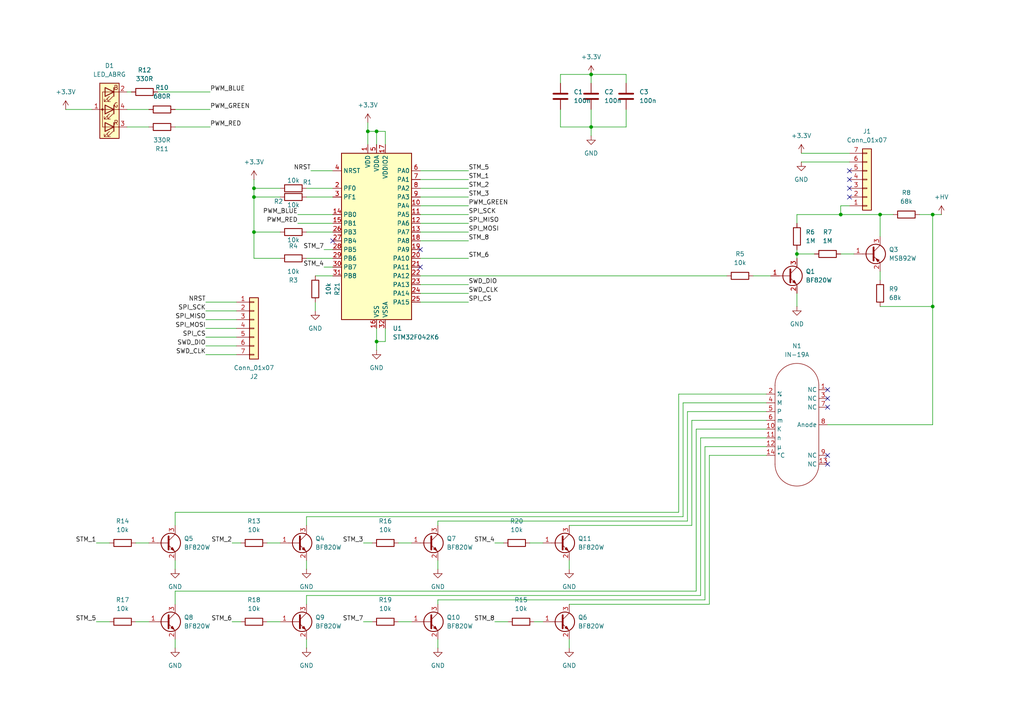
<source format=kicad_sch>
(kicad_sch (version 20250114) (generator "eeschema") (generator_version "9.0")
  (paper "A4")
  (lib_symbols
    (symbol "Connector_Generic:Conn_01x07" (pin_names (offset 1.016) (hide yes))
      (property "Reference" "J" (at 0 10.16 0))
      (property "Value" "Conn_01x07" (at 0 -10.16 0))
      (symbol "Conn_01x07_1_1"
        (rectangle (start -1.27 8.89) (end 1.27 -8.89) (stroke (width 0.254)) (fill (type background)))
        (rectangle (start -1.27 7.747) (end 0 7.493) (stroke (width 0.1524)))
        (rectangle (start -1.27 5.207) (end 0 4.953) (stroke (width 0.1524)))
        (rectangle (start -1.27 2.667) (end 0 2.413) (stroke (width 0.1524)))
        (rectangle (start -1.27 0.127) (end 0 -0.127) (stroke (width 0.1524)))
        (rectangle (start -1.27 -2.413) (end 0 -2.667) (stroke (width 0.1524)))
        (rectangle (start -1.27 -4.953) (end 0 -5.207) (stroke (width 0.1524)))
        (rectangle (start -1.27 -7.493) (end 0 -7.747) (stroke (width 0.1524)))
        (pin passive line (at -5.08 7.62 0) (length 3.81) (name "Pin_1") (number "1"))
        (pin passive line (at -5.08 5.08 0) (length 3.81) (name "Pin_2") (number "2"))
        (pin passive line (at -5.08 2.54 0) (length 3.81) (name "Pin_3") (number "3"))
        (pin passive line (at -5.08 0 0) (length 3.81) (name "Pin_4") (number "4"))
        (pin passive line (at -5.08 -2.54 0) (length 3.81) (name "Pin_5") (number "5"))
        (pin passive line (at -5.08 -5.08 0) (length 3.81) (name "Pin_6") (number "6"))
        (pin passive line (at -5.08 -7.62 0) (length 3.81) (name "Pin_7") (number "7"))
      )
    )
    (symbol "Device:C" (pin_numbers (hide yes)) (pin_names (offset 0.254))
      (property "Reference" "C" (at 0.635 2.54 0))
      (property "Value" "C" (at 0.635 -2.54 0))
      (symbol "C_0_1"
        (polyline (pts (xy -2.032 0.762) (xy 2.032 0.762)) (stroke (width 0.508)))
        (polyline (pts (xy -2.032 -0.762) (xy 2.032 -0.762)) (stroke (width 0.508)))
      )
      (symbol "C_1_1"
        (pin passive line (at 0 3.81 270) (length 2.794) (name "~") (number "1"))
        (pin passive line (at 0 -3.81 90) (length 2.794) (name "~") (number "2"))
      )
    )
    (symbol "Device:LED_ABRG" (pin_names (offset 0) (hide yes))
      (property "Reference" "D" (at 0 9.398 0))
      (property "Value" "LED_ABRG" (at 0 -8.89 0))
      (symbol "LED_ABRG_0_0"
        (text "R" (at -1.905 3.81 0) (effects (font (size 1.27 1.27))))
        (text "G" (at -1.905 -1.27 0) (effects (font (size 1.27 1.27))))
        (text "B" (at -1.905 -6.35 0) (effects (font (size 1.27 1.27))))
      )
      (symbol "LED_ABRG_0_1"
        (polyline (pts (xy -1.27 6.35) (xy -1.27 3.81)) (stroke (width 0.254)))
        (polyline (pts (xy -1.27 6.35) (xy -1.27 3.81) (xy -1.27 3.81)))
        (polyline (pts (xy -1.27 5.08) (xy -2.54 5.08)))
        (polyline (pts (xy -1.27 5.08) (xy 1.27 5.08)))
        (polyline (pts (xy -1.27 1.27) (xy -1.27 -1.27)) (stroke (width 0.254)))
        (polyline (pts (xy -1.27 1.27) (xy -1.27 -1.27) (xy -1.27 -1.27)))
        (polyline (pts (xy -1.27 0) (xy -2.54 0)))
        (polyline (pts (xy -1.27 -3.81) (xy -1.27 -6.35)) (stroke (width 0.254)))
        (polyline (pts (xy -1.27 -5.08) (xy -2.54 -5.08)))
        (polyline (pts (xy -1.27 -5.08) (xy 1.27 -5.08)))
        (polyline (pts (xy -1.016 6.35) (xy 0.508 7.874) (xy -0.254 7.874) (xy 0.508 7.874) (xy 0.508 7.112)))
        (polyline (pts (xy -1.016 1.27) (xy 0.508 2.794) (xy -0.254 2.794) (xy 0.508 2.794) (xy 0.508 2.032)))
        (polyline (pts (xy -1.016 -3.81) (xy 0.508 -2.286) (xy -0.254 -2.286) (xy 0.508 -2.286) (xy 0.508 -3.048)))
        (polyline (pts (xy 0 6.35) (xy 1.524 7.874) (xy 0.762 7.874) (xy 1.524 7.874) (xy 1.524 7.112)))
        (polyline (pts (xy 0 1.27) (xy 1.524 2.794) (xy 0.762 2.794) (xy 1.524 2.794) (xy 1.524 2.032)))
        (polyline (pts (xy 0 -3.81) (xy 1.524 -2.286) (xy 0.762 -2.286) (xy 1.524 -2.286) (xy 1.524 -3.048)))
        (polyline (pts (xy 1.27 6.35) (xy 1.27 3.81) (xy -1.27 5.08) (xy 1.27 6.35)) (stroke (width 0.254)))
        (rectangle (start 1.27 6.35) (end 1.27 6.35))
        (rectangle (start 1.27 3.81) (end 1.27 6.35))
        (polyline (pts (xy 1.27 1.27) (xy 1.27 -1.27) (xy -1.27 0) (xy 1.27 1.27)) (stroke (width 0.254)))
        (rectangle (start 1.27 1.27) (end 1.27 1.27))
        (polyline (pts (xy 1.27 0) (xy -1.27 0)))
        (polyline (pts (xy 1.27 0) (xy 2.54 0)))
        (rectangle (start 1.27 -1.27) (end 1.27 1.27))
        (polyline (pts (xy 1.27 -3.81) (xy 1.27 -6.35) (xy -1.27 -5.08) (xy 1.27 -3.81)) (stroke (width 0.254)))
        (polyline (pts (xy 1.27 -5.08) (xy 2.032 -5.08) (xy 2.032 5.08) (xy 1.27 5.08)))
        (circle (center 2.032 0) (radius 0.254) (fill (type outline)))
        (rectangle (start 2.794 8.382) (end -2.794 -7.62) (stroke (width 0.254)) (fill (type background)))
      )
      (symbol "LED_ABRG_1_1"
        (pin passive line (at -5.08 5.08 0) (length 2.54) (name "RK") (number "3"))
        (pin passive line (at -5.08 0 0) (length 2.54) (name "GK") (number "4"))
        (pin passive line (at -5.08 -5.08 0) (length 2.54) (name "BK") (number "2"))
        (pin passive line (at 5.08 0 180) (length 2.54) (name "A") (number "1"))
      )
    )
    (symbol "Device:R" (pin_numbers (hide yes)) (pin_names (offset 0))
      (property "Reference" "R" (at 2.032 0 90))
      (property "Value" "R" (at 0 0 90))
      (symbol "R_0_1"
        (rectangle (start -1.016 -2.54) (end 1.016 2.54) (stroke (width 0.254)))
      )
      (symbol "R_1_1"
        (pin passive line (at 0 3.81 270) (length 1.27) (name "~") (number "1"))
        (pin passive line (at 0 -3.81 90) (length 1.27) (name "~") (number "2"))
      )
    )
    (symbol "MCU_ST_STM32F0:STM32F042K6Tx"
      (property "Reference" "U" (at -10.16 26.67 0))
      (property "Value" "STM32F042K6Tx" (at 5.08 26.67 0))
      (symbol "STM32F042K6Tx_0_1"
        (rectangle (start -10.16 -22.86) (end 10.16 25.4) (stroke (width 0.254)) (fill (type background)))
      )
      (symbol "STM32F042K6Tx_1_1"
        (pin input line (at -12.7 20.32 0) (length 2.54) (name "NRST") (number "4"))
        (pin bidirectional line (at -12.7 15.24 0) (length 2.54) (name "PF0") (number "2"))
        (pin bidirectional line (at -12.7 12.7 0) (length 2.54) (name "PF1") (number "3"))
        (pin bidirectional line (at -12.7 7.62 0) (length 2.54) (name "PB0") (number "14"))
        (pin bidirectional line (at -12.7 5.08 0) (length 2.54) (name "PB1") (number "15"))
        (pin bidirectional line (at -12.7 2.54 0) (length 2.54) (name "PB3") (number "26"))
        (pin bidirectional line (at -12.7 0 0) (length 2.54) (name "PB4") (number "27"))
        (pin bidirectional line (at -12.7 -2.54 0) (length 2.54) (name "PB5") (number "28"))
        (pin bidirectional line (at -12.7 -5.08 0) (length 2.54) (name "PB6") (number "29"))
        (pin bidirectional line (at -12.7 -7.62 0) (length 2.54) (name "PB7") (number "30"))
        (pin bidirectional line (at -12.7 -10.16 0) (length 2.54) (name "PB8") (number "31"))
        (pin power_in line (at -2.54 27.94 270) (length 2.54) (name "VDD") (number "1"))
        (pin power_in line (at 0 27.94 270) (length 2.54) (name "VDDA") (number "5"))
        (pin power_in line (at 0 -25.4 90) (length 2.54) (name "VSS") (number "16"))
        (pin power_in line (at 2.54 27.94 270) (length 2.54) (name "VDDIO2") (number "17"))
        (pin power_in line (at 2.54 -25.4 90) (length 2.54) (name "VSSA") (number "32"))
        (pin bidirectional line (at 12.7 20.32 180) (length 2.54) (name "PA0") (number "6"))
        (pin bidirectional line (at 12.7 17.78 180) (length 2.54) (name "PA1") (number "7"))
        (pin bidirectional line (at 12.7 15.24 180) (length 2.54) (name "PA2") (number "8"))
        (pin bidirectional line (at 12.7 12.7 180) (length 2.54) (name "PA3") (number "9"))
        (pin bidirectional line (at 12.7 10.16 180) (length 2.54) (name "PA4") (number "10"))
        (pin bidirectional line (at 12.7 7.62 180) (length 2.54) (name "PA5") (number "11"))
        (pin bidirectional line (at 12.7 5.08 180) (length 2.54) (name "PA6") (number "12"))
        (pin bidirectional line (at 12.7 2.54 180) (length 2.54) (name "PA7") (number "13"))
        (pin bidirectional line (at 12.7 0 180) (length 2.54) (name "PA8") (number "18"))
        (pin bidirectional line (at 12.7 -2.54 180) (length 2.54) (name "PA9") (number "19"))
        (pin bidirectional line (at 12.7 -5.08 180) (length 2.54) (name "PA10") (number "20"))
        (pin bidirectional line (at 12.7 -7.62 180) (length 2.54) (name "PA11") (number "21"))
        (pin bidirectional line (at 12.7 -10.16 180) (length 2.54) (name "PA12") (number "22"))
        (pin bidirectional line (at 12.7 -12.7 180) (length 2.54) (name "PA13") (number "23"))
        (pin bidirectional line (at 12.7 -15.24 180) (length 2.54) (name "PA14") (number "24"))
        (pin bidirectional line (at 12.7 -17.78 180) (length 2.54) (name "PA15") (number "25"))
      )
    )
    (symbol "Transistor_BJT:Q_NPN_BEC" (pin_names (offset 0) (hide yes))
      (property "Reference" "Q" (at 5.08 1.27 0))
      (property "Value" "Q_NPN_BEC" (at 5.08 -1.27 0))
      (symbol "Q_NPN_BEC_0_1"
        (polyline (pts (xy -2.54 0) (xy 0.635 0)))
        (polyline (pts (xy 0.635 1.905) (xy 0.635 -1.905)) (stroke (width 0.508)))
        (circle (center 1.27 0) (radius 2.8194) (stroke (width 0.254)))
      )
      (symbol "Q_NPN_BEC_1_1"
        (polyline (pts (xy 0.635 0.635) (xy 2.54 2.54)))
        (polyline (pts (xy 0.635 -0.635) (xy 2.54 -2.54)))
        (polyline (pts (xy 1.27 -1.778) (xy 1.778 -1.27) (xy 2.286 -2.286) (xy 1.27 -1.778)) (fill (type outline)))
        (pin input line (at -5.08 0 0) (length 2.54) (name "B") (number "1"))
        (pin passive line (at 2.54 5.08 270) (length 2.54) (name "C") (number "3"))
        (pin passive line (at 2.54 -5.08 90) (length 2.54) (name "E") (number "2"))
      )
    )
    (symbol "Transistor_BJT:Q_PNP_BEC" (pin_names (offset 0) (hide yes))
      (property "Reference" "Q" (at 5.08 1.27 0))
      (property "Value" "Q_PNP_BEC" (at 5.08 -1.27 0))
      (symbol "Q_PNP_BEC_0_1"
        (polyline (pts (xy -2.54 0) (xy 0.635 0)))
        (polyline (pts (xy 0.635 1.905) (xy 0.635 -1.905)) (stroke (width 0.508)))
        (polyline (pts (xy 0.635 0.635) (xy 2.54 2.54)))
        (polyline (pts (xy 0.635 -0.635) (xy 2.54 -2.54)))
        (circle (center 1.27 0) (radius 2.8194) (stroke (width 0.254)))
        (polyline (pts (xy 2.286 -1.778) (xy 1.778 -2.286) (xy 1.27 -1.27) (xy 2.286 -1.778)) (fill (type outline)))
      )
      (symbol "Q_PNP_BEC_1_1"
        (pin input line (at -5.08 0 0) (length 2.54) (name "B") (number "1"))
        (pin passive line (at 2.54 5.08 270) (length 2.54) (name "C") (number "3"))
        (pin passive line (at 2.54 -5.08 90) (length 2.54) (name "E") (number "2"))
      )
    )
    (symbol "Valve:IN-19A" (in_bom no)
      (property "Reference" "N" (at -3.81 18.796 0))
      (symbol "IN-19A_0_1"
        (polyline (pts (xy -6.35 0) (xy -6.35 11.43)))
        (polyline (pts (xy -6.35 0) (xy -6.35 -11.43)))
        (arc (start -6.35 11.43) (mid 0 17.78) (end 6.35 11.43))
        (arc (start 6.35 -11.43) (mid 0 -17.78) (end -6.35 -11.43))
        (polyline (pts (xy 6.35 11.43) (xy 6.35 -11.43)))
      )
      (symbol "IN-19A_1_1"
        (pin input line (at -8.89 8.89 0) (length 2.54) (name "%") (number "2"))
        (pin input line (at -8.89 6.35 0) (length 2.54) (name "M") (number "4"))
        (pin input line (at -8.89 3.81 0) (length 2.54) (name "P") (number "5"))
        (pin input line (at -8.89 1.27 0) (length 2.54) (name "m") (number "6"))
        (pin input line (at -8.89 -1.27 0) (length 2.54) (name "K") (number "10"))
        (pin input line (at -8.89 -3.81 0) (length 2.54) (name "n") (number "11"))
        (pin input line (at -8.89 -6.35 0) (length 2.54) (name "µ") (number "12"))
        (pin input line (at -8.89 -8.89 0) (length 2.54) (name "°С") (number "14"))
        (pin input line (at 8.89 10.16 180) (length 2.54) (name "NC") (number "1"))
        (pin input line (at 8.89 7.62 180) (length 2.54) (name "NC") (number "3"))
        (pin input line (at 8.89 5.08 180) (length 2.54) (name "NC") (number "7"))
        (pin input line (at 8.89 0 180) (length 2.54) (name "Anode") (number "8"))
        (pin input line (at 8.89 -8.89 180) (length 2.54) (name "NC") (number "9"))
        (pin input line (at 8.89 -11.43 180) (length 2.54) (name "NC") (number "13"))
      )
    )
    (symbol "power:+1V0" (power) (pin_numbers (hide yes)) (pin_names (offset 0) (hide yes))
      (property "Value" "+1V0" (at 0 3.556 0))
      (symbol "+1V0_0_1"
        (polyline (pts (xy -0.762 1.27) (xy 0 2.54)))
        (polyline (pts (xy 0 2.54) (xy 0.762 1.27)))
        (polyline (pts (xy 0 0) (xy 0 2.54)))
      )
      (symbol "+1V0_1_1"
        (pin power_in line (at 0 0 90) (length 0) (name "~") (number "1"))
      )
    )
    (symbol "power:+3.3V" (power) (pin_numbers (hide yes)) (pin_names (offset 0) (hide yes))
      (property "Value" "+3.3V" (at 0 3.556 0))
      (symbol "+3.3V_0_1"
        (polyline (pts (xy -0.762 1.27) (xy 0 2.54)))
        (polyline (pts (xy 0 2.54) (xy 0.762 1.27)))
        (polyline (pts (xy 0 0) (xy 0 2.54)))
      )
      (symbol "+3.3V_1_1"
        (pin power_in line (at 0 0 90) (length 0) (name "~") (number "1"))
      )
    )
    (symbol "power:GND" (power) (pin_numbers (hide yes)) (pin_names (offset 0) (hide yes))
      (property "Value" "GND" (at 0 -3.81 0))
      (symbol "GND_0_1"
        (polyline (pts (xy 0 0) (xy 0 -1.27) (xy 1.27 -1.27) (xy 0 -2.54) (xy -1.27 -1.27) (xy 0 -1.27)))
      )
      (symbol "GND_1_1"
        (pin power_in line (at 0 0 270) (length 0) (name "~") (number "1"))
      )
    )
  )
  (junction (at 270.51 88.9))
  (junction (at 109.22 38.1))
  (junction (at 73.66 54.61))
  (junction (at 270.51 62.23))
  (junction (at 171.45 21.59))
  (junction (at 73.66 57.15))
  (junction (at 109.22 99.06))
  (junction (at 171.45 36.83))
  (junction (at 243.84 62.23))
  (junction (at 255.27 62.23))
  (junction (at 73.66 67.31))
  (junction (at 231.14 73.66))
  (junction (at 106.68 38.1))
  (no_connect (at 246.38 54.61))
  (no_connect (at 240.03 113.03))
  (no_connect (at 240.03 132.08))
  (no_connect (at 246.38 52.07))
  (no_connect (at 246.38 49.53))
  (no_connect (at 121.92 72.39))
  (no_connect (at 240.03 115.57))
  (no_connect (at 121.92 77.47))
  (no_connect (at 240.03 118.11))
  (no_connect (at 246.38 57.15))
  (no_connect (at 240.03 134.62))
  (no_connect (at 96.52 69.85))
  (wire (pts (xy 121.92 85.09) (xy 135.89 85.09)))
  (wire (pts (xy 88.9 74.93) (xy 96.52 74.93)))
  (wire (pts (xy 111.76 41.91) (xy 111.76 38.1)))
  (wire (pts (xy 205.74 175.26) (xy 165.1 175.26)))
  (wire (pts (xy 121.92 54.61) (xy 135.89 54.61)))
  (wire (pts (xy 243.84 59.69) (xy 243.84 62.23)))
  (wire (pts (xy 201.93 124.46) (xy 201.93 171.45)))
  (wire (pts (xy 105.41 157.48) (xy 107.95 157.48)))
  (wire (pts (xy 106.68 35.56) (xy 106.68 38.1)))
  (wire (pts (xy 27.94 157.48) (xy 31.75 157.48)))
  (wire (pts (xy 88.9 54.61) (xy 96.52 54.61)))
  (wire (pts (xy 243.84 62.23) (xy 255.27 62.23)))
  (wire (pts (xy 255.27 62.23) (xy 259.08 62.23)))
  (wire (pts (xy 111.76 38.1) (xy 109.22 38.1)))
  (wire (pts (xy 73.66 67.31) (xy 73.66 57.15)))
  (wire (pts (xy 88.9 152.4) (xy 88.9 149.86)))
  (wire (pts (xy 162.56 21.59) (xy 171.45 21.59)))
  (wire (pts (xy 39.37 180.34) (xy 43.18 180.34)))
  (wire (pts (xy 154.94 180.34) (xy 157.48 180.34)))
  (wire (pts (xy 270.51 123.19) (xy 270.51 88.9)))
  (wire (pts (xy 39.37 157.48) (xy 43.18 157.48)))
  (wire (pts (xy 181.61 21.59) (xy 171.45 21.59)))
  (wire (pts (xy 121.92 49.53) (xy 135.89 49.53)))
  (wire (pts (xy 121.92 62.23) (xy 135.89 62.23)))
  (wire (pts (xy 67.31 157.48) (xy 69.85 157.48)))
  (wire (pts (xy 232.41 44.45) (xy 246.38 44.45)))
  (wire (pts (xy 121.92 67.31) (xy 135.89 67.31)))
  (wire (pts (xy 36.83 36.83) (xy 43.18 36.83)))
  (wire (pts (xy 106.68 38.1) (xy 109.22 38.1)))
  (wire (pts (xy 165.1 185.42) (xy 165.1 187.96)))
  (wire (pts (xy 93.98 77.47) (xy 96.52 77.47)))
  (wire (pts (xy 36.83 26.67) (xy 38.1 26.67)))
  (wire (pts (xy 199.39 119.38) (xy 199.39 151.13)))
  (wire (pts (xy 109.22 41.91) (xy 109.22 38.1)))
  (wire (pts (xy 59.69 102.87) (xy 68.58 102.87)))
  (wire (pts (xy 231.14 73.66) (xy 231.14 74.93)))
  (wire (pts (xy 181.61 31.75) (xy 181.61 36.83)))
  (wire (pts (xy 88.9 67.31) (xy 96.52 67.31)))
  (wire (pts (xy 162.56 31.75) (xy 162.56 36.83)))
  (wire (pts (xy 240.03 123.19) (xy 270.51 123.19)))
  (wire (pts (xy 198.12 149.86) (xy 198.12 116.84)))
  (wire (pts (xy 222.25 132.08) (xy 205.74 132.08)))
  (wire (pts (xy 88.9 172.72) (xy 88.9 175.26)))
  (wire (pts (xy 270.51 62.23) (xy 273.05 62.23)))
  (wire (pts (xy 266.7 62.23) (xy 270.51 62.23)))
  (wire (pts (xy 77.47 180.34) (xy 81.28 180.34)))
  (wire (pts (xy 231.14 85.09) (xy 231.14 88.9)))
  (wire (pts (xy 143.51 157.48) (xy 146.05 157.48)))
  (wire (pts (xy 73.66 54.61) (xy 81.28 54.61)))
  (wire (pts (xy 222.25 124.46) (xy 201.93 124.46)))
  (wire (pts (xy 270.51 88.9) (xy 270.51 62.23)))
  (wire (pts (xy 106.68 38.1) (xy 106.68 41.91)))
  (wire (pts (xy 50.8 148.59) (xy 196.85 148.59)))
  (wire (pts (xy 73.66 74.93) (xy 73.66 67.31)))
  (wire (pts (xy 109.22 99.06) (xy 109.22 101.6)))
  (wire (pts (xy 88.9 162.56) (xy 88.9 165.1)))
  (wire (pts (xy 231.14 62.23) (xy 231.14 64.77)))
  (wire (pts (xy 143.51 180.34) (xy 147.32 180.34)))
  (wire (pts (xy 90.17 49.53) (xy 96.52 49.53)))
  (wire (pts (xy 198.12 116.84) (xy 222.25 116.84)))
  (wire (pts (xy 105.41 180.34) (xy 107.95 180.34)))
  (wire (pts (xy 59.69 97.79) (xy 68.58 97.79)))
  (wire (pts (xy 171.45 36.83) (xy 171.45 39.37)))
  (wire (pts (xy 121.92 59.69) (xy 135.89 59.69)))
  (wire (pts (xy 222.25 121.92) (xy 200.66 121.92)))
  (wire (pts (xy 204.47 173.99) (xy 127 173.99)))
  (wire (pts (xy 73.66 54.61) (xy 73.66 57.15)))
  (wire (pts (xy 50.8 152.4) (xy 50.8 148.59)))
  (wire (pts (xy 19.05 31.75) (xy 26.67 31.75)))
  (wire (pts (xy 246.38 59.69) (xy 243.84 59.69)))
  (wire (pts (xy 50.8 36.83) (xy 60.96 36.83)))
  (wire (pts (xy 218.44 80.01) (xy 223.52 80.01)))
  (wire (pts (xy 77.47 157.48) (xy 81.28 157.48)))
  (wire (pts (xy 115.57 157.48) (xy 119.38 157.48)))
  (wire (pts (xy 121.92 52.07) (xy 135.89 52.07)))
  (wire (pts (xy 200.66 152.4) (xy 165.1 152.4)))
  (wire (pts (xy 109.22 99.06) (xy 111.76 99.06)))
  (wire (pts (xy 200.66 121.92) (xy 200.66 152.4)))
  (wire (pts (xy 222.25 129.54) (xy 204.47 129.54)))
  (wire (pts (xy 255.27 68.58) (xy 255.27 62.23)))
  (wire (pts (xy 255.27 88.9) (xy 270.51 88.9)))
  (wire (pts (xy 127 151.13) (xy 127 152.4)))
  (wire (pts (xy 203.2 172.72) (xy 88.9 172.72)))
  (wire (pts (xy 88.9 149.86) (xy 198.12 149.86)))
  (wire (pts (xy 73.66 52.07) (xy 73.66 54.61)))
  (wire (pts (xy 231.14 62.23) (xy 243.84 62.23)))
  (wire (pts (xy 165.1 162.56) (xy 165.1 165.1)))
  (wire (pts (xy 91.44 80.01) (xy 96.52 80.01)))
  (wire (pts (xy 127 185.42) (xy 127 187.96)))
  (wire (pts (xy 88.9 57.15) (xy 96.52 57.15)))
  (wire (pts (xy 81.28 67.31) (xy 73.66 67.31)))
  (wire (pts (xy 222.25 127) (xy 203.2 127)))
  (wire (pts (xy 88.9 185.42) (xy 88.9 187.96)))
  (wire (pts (xy 232.41 46.99) (xy 246.38 46.99)))
  (wire (pts (xy 255.27 78.74) (xy 255.27 81.28)))
  (wire (pts (xy 201.93 171.45) (xy 50.8 171.45)))
  (wire (pts (xy 81.28 57.15) (xy 73.66 57.15)))
  (wire (pts (xy 127 162.56) (xy 127 165.1)))
  (wire (pts (xy 59.69 100.33) (xy 68.58 100.33)))
  (wire (pts (xy 59.69 95.25) (xy 68.58 95.25)))
  (wire (pts (xy 91.44 87.63) (xy 91.44 90.17)))
  (wire (pts (xy 111.76 95.25) (xy 111.76 99.06)))
  (wire (pts (xy 196.85 114.3) (xy 222.25 114.3)))
  (wire (pts (xy 45.72 26.67) (xy 60.96 26.67)))
  (wire (pts (xy 222.25 119.38) (xy 199.39 119.38)))
  (wire (pts (xy 231.14 73.66) (xy 236.22 73.66)))
  (wire (pts (xy 59.69 92.71) (xy 68.58 92.71)))
  (wire (pts (xy 171.45 21.59) (xy 171.45 24.13)))
  (wire (pts (xy 115.57 180.34) (xy 119.38 180.34)))
  (wire (pts (xy 181.61 36.83) (xy 171.45 36.83)))
  (wire (pts (xy 121.92 69.85) (xy 135.89 69.85)))
  (wire (pts (xy 86.36 62.23) (xy 96.52 62.23)))
  (wire (pts (xy 50.8 31.75) (xy 60.96 31.75)))
  (wire (pts (xy 162.56 24.13) (xy 162.56 21.59)))
  (wire (pts (xy 59.69 90.17) (xy 68.58 90.17)))
  (wire (pts (xy 81.28 74.93) (xy 73.66 74.93)))
  (wire (pts (xy 50.8 162.56) (xy 50.8 165.1)))
  (wire (pts (xy 121.92 82.55) (xy 135.89 82.55)))
  (wire (pts (xy 205.74 132.08) (xy 205.74 175.26)))
  (wire (pts (xy 121.92 74.93) (xy 135.89 74.93)))
  (wire (pts (xy 199.39 151.13) (xy 127 151.13)))
  (wire (pts (xy 231.14 72.39) (xy 231.14 73.66)))
  (wire (pts (xy 50.8 185.42) (xy 50.8 187.96)))
  (wire (pts (xy 204.47 129.54) (xy 204.47 173.99)))
  (wire (pts (xy 121.92 57.15) (xy 135.89 57.15)))
  (wire (pts (xy 162.56 36.83) (xy 171.45 36.83)))
  (wire (pts (xy 86.36 64.77) (xy 96.52 64.77)))
  (wire (pts (xy 121.92 80.01) (xy 210.82 80.01)))
  (wire (pts (xy 121.92 64.77) (xy 135.89 64.77)))
  (wire (pts (xy 121.92 87.63) (xy 135.89 87.63)))
  (wire (pts (xy 171.45 36.83) (xy 171.45 31.75)))
  (wire (pts (xy 50.8 171.45) (xy 50.8 175.26)))
  (wire (pts (xy 93.98 72.39) (xy 96.52 72.39)))
  (wire (pts (xy 243.84 73.66) (xy 247.65 73.66)))
  (wire (pts (xy 127 173.99) (xy 127 175.26)))
  (wire (pts (xy 196.85 148.59) (xy 196.85 114.3)))
  (wire (pts (xy 181.61 24.13) (xy 181.61 21.59)))
  (wire (pts (xy 67.31 180.34) (xy 69.85 180.34)))
  (wire (pts (xy 203.2 127) (xy 203.2 172.72)))
  (wire (pts (xy 109.22 95.25) (xy 109.22 99.06)))
  (wire (pts (xy 36.83 31.75) (xy 43.18 31.75)))
  (wire (pts (xy 153.67 157.48) (xy 157.48 157.48)))
  (wire (pts (xy 27.94 180.34) (xy 31.75 180.34)))
  (wire (pts (xy 59.69 87.63) (xy 68.58 87.63)))
  (label "PWM_RED" (at 86.36 64.77 180))
  (label "STM_5" (at 135.89 49.53 0))
  (label "PWM_GREEN" (at 135.89 59.69 0))
  (label "PWM_BLUE" (at 60.96 26.67 0))
  (label "STM_8" (at 135.89 69.85 0))
  (label "STM_7" (at 93.98 72.39 180))
  (label "PWM_BLUE" (at 86.36 62.23 180))
  (label "SPI_CS" (at 59.69 97.79 180))
  (label "STM_7" (at 105.41 180.34 180))
  (label "STM_8" (at 143.51 180.34 180))
  (label "NRST" (at 59.69 87.63 180))
  (label "STM_3" (at 135.89 57.15 0))
  (label "SPI_MOSI" (at 59.69 95.25 180))
  (label "STM_2" (at 67.31 157.48 180))
  (label "STM_6" (at 135.89 74.93 0))
  (label "STM_3" (at 105.41 157.48 180))
  (label "SWD_CLK" (at 59.69 102.87 180))
  (label "STM_4" (at 143.51 157.48 180))
  (label "NRST" (at 90.17 49.53 180))
  (label "SWD_DIO" (at 135.89 82.55 0))
  (label "SPI_MOSI" (at 135.89 67.31 0))
  (label "PWM_RED" (at 60.96 36.83 0))
  (label "SPI_SCK" (at 135.89 62.23 0))
  (label "STM_5" (at 27.94 180.34 180))
  (label "STM_2" (at 135.89 54.61 0))
  (label "STM_1" (at 27.94 157.48 180))
  (label "PWM_GREEN" (at 60.96 31.75 0))
  (label "SPI_CS" (at 135.89 87.63 0))
  (label "STM_4" (at 93.98 77.47 180))
  (label "SWD_DIO" (at 59.69 100.33 180))
  (label "STM_1" (at 135.89 52.07 0))
  (label "SPI_MISO" (at 59.69 92.71 180))
  (label "SPI_MISO" (at 135.89 64.77 0))
  (label "SPI_SCK" (at 59.69 90.17 180))
  (label "STM_6" (at 67.31 180.34 180))
  (label "SWD_CLK" (at 135.89 85.09 0))
  (symbol (lib_id "Device:R") (at 111.76 157.48 90) (unit 1)
    (property "Reference" "R16" (at 111.76 151.13 90))
    (property "Value" "10k" (at 111.76 153.67 90))
    (property "Footprint" "Resistor_SMD:R_0805_2012Metric" (effects (hide yes)))
    (property "Description" "Resistor" (effects (hide yes)))
  )
  (symbol (lib_id "Transistor_BJT:Q_NPN_BEC") (at 162.56 157.48 0) (unit 1)
    (property "Reference" "Q11" (at 167.64 156.2099 0) (effects (justify left)))
    (property "Value" "BF820W" (at 167.64 158.7499 0) (effects (justify left)))
    (property "Footprint" "Package_TO_SOT_SMD:SOT-323_SC-70" (effects (hide yes)))
    (property "Description" "NPN transistor, base/emitter/collector" (effects (hide yes)))
  )
  (symbol (lib_id "Device:R") (at 85.09 54.61 90) (unit 1)
    (property "Reference" "R1" (at 89.154 52.832 90))
    (property "Value" "10k" (at 85.09 52.324 90))
    (property "Footprint" "Resistor_SMD:R_0805_2012Metric" (effects (hide yes)))
    (property "Description" "Resistor" (effects (hide yes)))
  )
  (symbol (lib_id "Device:R") (at 149.86 157.48 90) (unit 1)
    (property "Reference" "R20" (at 149.86 151.13 90))
    (property "Value" "10k" (at 149.86 153.67 90))
    (property "Footprint" "Resistor_SMD:R_0805_2012Metric" (effects (hide yes)))
    (property "Description" "Resistor" (effects (hide yes)))
  )
  (symbol (lib_id "Device:R") (at 231.14 68.58 0) (unit 1)
    (property "Reference" "R6" (at 233.68 67.3099 0) (effects (justify left)))
    (property "Value" "1M" (at 233.68 69.8499 0) (effects (justify left)))
    (property "Footprint" "Resistor_SMD:R_0805_2012Metric" (effects (hide yes)))
    (property "Description" "Resistor" (effects (hide yes)))
  )
  (symbol (lib_id "Device:R") (at 111.76 180.34 90) (unit 1)
    (property "Reference" "R19" (at 111.76 173.99 90))
    (property "Value" "10k" (at 111.76 176.53 90))
    (property "Footprint" "Resistor_SMD:R_0805_2012Metric" (effects (hide yes)))
    (property "Description" "Resistor" (effects (hide yes)))
  )
  (symbol (lib_id "Transistor_BJT:Q_NPN_BEC") (at 86.36 180.34 0) (unit 1)
    (property "Reference" "Q9" (at 91.44 179.0699 0) (effects (justify left)))
    (property "Value" "BF820W" (at 91.44 181.6099 0) (effects (justify left)))
    (property "Footprint" "Package_TO_SOT_SMD:SOT-323_SC-70" (effects (hide yes)))
    (property "Description" "NPN transistor, base/emitter/collector" (effects (hide yes)))
  )
  (symbol (lib_id "Device:R") (at 214.63 80.01 90) (unit 1)
    (property "Reference" "R5" (at 214.63 73.66 90))
    (property "Value" "10k" (at 214.63 76.2 90))
    (property "Footprint" "Resistor_SMD:R_0805_2012Metric" (effects (hide yes)))
    (property "Description" "Resistor" (effects (hide yes)))
  )
  (symbol (lib_id "Device:R") (at 255.27 85.09 180) (unit 1)
    (property "Reference" "R9" (at 257.81 83.8199 0) (effects (justify right)))
    (property "Value" "68k" (at 257.81 86.3599 0) (effects (justify right)))
    (property "Footprint" "Resistor_SMD:R_0805_2012Metric" (effects (hide yes)))
    (property "Description" "Resistor" (effects (hide yes)))
  )
  (symbol (lib_id "power:GND") (at 50.8 187.96 0) (unit 1)
    (property "Reference" "#PWR011" (effects (hide yes)))
    (property "Value" "GND" (at 50.8 193.04 0))
    (property "Description" "Power symbol creates a global label with name \"GND\" , ground" (effects (hide yes)))
  )
  (symbol (lib_id "Device:R") (at 46.99 36.83 90) (mirror x) (unit 1)
    (property "Reference" "R11" (at 46.99 43.18 90))
    (property "Value" "330R" (at 46.99 40.64 90))
    (property "Footprint" "Resistor_SMD:R_0805_2012Metric" (effects (hide yes)))
    (property "Description" "Resistor" (effects (hide yes)))
  )
  (symbol (lib_id "power:GND") (at 127 187.96 0) (unit 1)
    (property "Reference" "#PWR016" (effects (hide yes)))
    (property "Value" "GND" (at 127 193.04 0))
    (property "Description" "Power symbol creates a global label with name \"GND\" , ground" (effects (hide yes)))
  )
  (symbol (lib_id "Device:C") (at 181.61 27.94 0) (unit 1)
    (property "Reference" "C3" (at 185.42 26.6699 0) (effects (justify left)))
    (property "Value" "100n" (at 185.42 29.2099 0) (effects (justify left)))
    (property "Footprint" "Capacitor_SMD:C_0805_2012Metric" (effects (hide yes)))
    (property "Description" "Unpolarized capacitor" (effects (hide yes)))
  )
  (symbol (lib_id "Device:R") (at 41.91 26.67 90) (unit 1)
    (property "Reference" "R12" (at 41.91 20.32 90))
    (property "Value" "330R" (at 41.91 22.86 90))
    (property "Footprint" "Resistor_SMD:R_0805_2012Metric" (effects (hide yes)))
    (property "Description" "Resistor" (effects (hide yes)))
  )
  (symbol (lib_id "Transistor_BJT:Q_NPN_BEC") (at 124.46 157.48 0) (unit 1)
    (property "Reference" "Q7" (at 129.54 156.2099 0) (effects (justify left)))
    (property "Value" "BF820W" (at 129.54 158.7499 0) (effects (justify left)))
    (property "Footprint" "Package_TO_SOT_SMD:SOT-323_SC-70" (effects (hide yes)))
    (property "Description" "NPN transistor, base/emitter/collector" (effects (hide yes)))
  )
  (symbol (lib_id "power:GND") (at 171.45 39.37 0) (unit 1)
    (property "Reference" "#PWR09" (effects (hide yes)))
    (property "Value" "GND" (at 171.45 44.45 0))
    (property "Description" "Power symbol creates a global label with name \"GND\" , ground" (effects (hide yes)))
  )
  (symbol (lib_id "Connector_Generic:Conn_01x07") (at 251.46 52.07 0) (mirror x) (unit 1) (in_bom no)
    (property "Reference" "J1" (at 251.46 38.1 0))
    (property "Value" "Conn_01x07" (at 251.46 40.64 0))
    (property "Footprint" "Connector_PinHeader_2.54mm:PinHeader_1x07_P2.54mm_Vertical_special" (effects (hide yes)))
    (property "Description" "Generic connector, single row, 01x07, script generated (kicad-library-utils/schlib/autogen/connector/)" (effects (hide yes)))
  )
  (symbol (lib_id "Valve:IN-19A") (at 231.14 123.19 0) (unit 1) (in_bom no)
    (property "Reference" "N1" (at 231.14 100.33 0))
    (property "Value" "IN-19A" (at 231.14 102.87 0))
    (property "Footprint" "Valve:IN-19A" (effects (hide yes)))
  )
  (symbol (lib_id "Device:C") (at 171.45 27.94 0) (unit 1)
    (property "Reference" "C2" (at 175.26 26.6699 0) (effects (justify left)))
    (property "Value" "100n" (at 175.26 29.2099 0) (effects (justify left)))
    (property "Footprint" "Capacitor_SMD:C_0805_2012Metric" (effects (hide yes)))
    (property "Description" "Unpolarized capacitor" (effects (hide yes)))
  )
  (symbol (lib_id "power:GND") (at 232.41 46.99 0) (unit 1)
    (property "Reference" "#PWR05" (effects (hide yes)))
    (property "Value" "GND" (at 232.41 52.07 0))
    (property "Description" "Power symbol creates a global label with name \"GND\" , ground" (effects (hide yes)))
  )
  (symbol (lib_id "Device:R") (at 73.66 157.48 90) (unit 1)
    (property "Reference" "R13" (at 73.66 151.13 90))
    (property "Value" "10k" (at 73.66 153.67 90))
    (property "Footprint" "Resistor_SMD:R_0805_2012Metric" (effects (hide yes)))
    (property "Description" "Resistor" (effects (hide yes)))
  )
  (symbol (lib_id "power:GND") (at 231.14 88.9 0) (unit 1)
    (property "Reference" "#PWR03" (effects (hide yes)))
    (property "Value" "GND" (at 231.14 93.98 0))
    (property "Description" "Power symbol creates a global label with name \"GND\" , ground" (effects (hide yes)))
  )
  (symbol (lib_id "Device:R") (at 35.56 180.34 90) (unit 1)
    (property "Reference" "R17" (at 35.56 173.99 90))
    (property "Value" "10k" (at 35.56 176.53 90))
    (property "Footprint" "Resistor_SMD:R_0805_2012Metric" (effects (hide yes)))
    (property "Description" "Resistor" (effects (hide yes)))
  )
  (symbol (lib_id "power:GND") (at 165.1 187.96 0) (unit 1)
    (property "Reference" "#PWR013" (effects (hide yes)))
    (property "Value" "GND" (at 165.1 193.04 0))
    (property "Description" "Power symbol creates a global label with name \"GND\" , ground" (effects (hide yes)))
  )
  (symbol (lib_id "Device:R") (at 85.09 67.31 90) (mirror x) (unit 1)
    (property "Reference" "R4" (at 85.09 71.374 90))
    (property "Value" "10k" (at 85.09 69.596 90))
    (property "Footprint" "Resistor_SMD:R_0805_2012Metric" (effects (hide yes)))
    (property "Description" "Resistor" (effects (hide yes)))
  )
  (symbol (lib_id "Transistor_BJT:Q_NPN_BEC") (at 228.6 80.01 0) (unit 1)
    (property "Reference" "Q1" (at 233.68 78.7399 0) (effects (justify left)))
    (property "Value" "BF820W" (at 233.68 81.2799 0) (effects (justify left)))
    (property "Footprint" "Package_TO_SOT_SMD:SOT-323_SC-70" (effects (hide yes)))
    (property "Description" "NPN transistor, base/emitter/collector" (effects (hide yes)))
  )
  (symbol (lib_id "Transistor_BJT:Q_NPN_BEC") (at 86.36 157.48 0) (unit 1)
    (property "Reference" "Q4" (at 91.44 156.2099 0) (effects (justify left)))
    (property "Value" "BF820W" (at 91.44 158.7499 0) (effects (justify left)))
    (property "Footprint" "Package_TO_SOT_SMD:SOT-323_SC-70" (effects (hide yes)))
    (property "Description" "NPN transistor, base/emitter/collector" (effects (hide yes)))
  )
  (symbol (lib_id "Device:R") (at 35.56 157.48 90) (unit 1)
    (property "Reference" "R14" (at 35.56 151.13 90))
    (property "Value" "10k" (at 35.56 153.67 90))
    (property "Footprint" "Resistor_SMD:R_0805_2012Metric" (effects (hide yes)))
    (property "Description" "Resistor" (effects (hide yes)))
  )
  (symbol (lib_id "Device:R") (at 151.13 180.34 90) (unit 1)
    (property "Reference" "R15" (at 151.13 173.99 90))
    (property "Value" "10k" (at 151.13 176.53 90))
    (property "Footprint" "Resistor_SMD:R_0805_2012Metric" (effects (hide yes)))
    (property "Description" "Resistor" (effects (hide yes)))
  )
  (symbol (lib_id "power:GND") (at 91.44 90.17 0) (unit 1)
    (property "Reference" "#PWR018" (effects (hide yes)))
    (property "Value" "GND" (at 91.44 95.25 0))
    (property "Description" "Power symbol creates a global label with name \"GND\" , ground" (effects (hide yes)))
  )
  (symbol (lib_id "Device:R") (at 73.66 180.34 90) (unit 1)
    (property "Reference" "R18" (at 73.66 173.99 90))
    (property "Value" "10k" (at 73.66 176.53 90))
    (property "Footprint" "Resistor_SMD:R_0805_2012Metric" (effects (hide yes)))
    (property "Description" "Resistor" (effects (hide yes)))
  )
  (symbol (lib_id "Transistor_BJT:Q_NPN_BEC") (at 48.26 180.34 0) (unit 1)
    (property "Reference" "Q8" (at 53.34 179.0699 0) (effects (justify left)))
    (property "Value" "BF820W" (at 53.34 181.6099 0) (effects (justify left)))
    (property "Footprint" "Package_TO_SOT_SMD:SOT-323_SC-70" (effects (hide yes)))
    (property "Description" "NPN transistor, base/emitter/collector" (effects (hide yes)))
  )
  (symbol (lib_id "Device:C") (at 162.56 27.94 0) (unit 1)
    (property "Reference" "C1" (at 166.37 26.6699 0) (effects (justify left)))
    (property "Value" "100n" (at 166.37 29.2099 0) (effects (justify left)))
    (property "Footprint" "Capacitor_SMD:C_0805_2012Metric" (effects (hide yes)))
    (property "Description" "Unpolarized capacitor" (effects (hide yes)))
  )
  (symbol (lib_id "power:GND") (at 165.1 165.1 0) (unit 1)
    (property "Reference" "#PWR017" (effects (hide yes)))
    (property "Value" "GND" (at 165.1 170.18 0))
    (property "Description" "Power symbol creates a global label with name \"GND\" , ground" (effects (hide yes)))
  )
  (symbol (lib_id "Connector_Generic:Conn_01x07") (at 73.66 95.25 0) (unit 1) (in_bom no)
    (property "Reference" "J2" (at 73.66 109.22 0))
    (property "Value" "Conn_01x07" (at 73.66 106.68 0))
    (property "Footprint" "Connector_PinHeader_2.54mm:PinHeader_1x07_P2.54mm_Vertical" (effects (hide yes)))
    (property "Description" "Generic connector, single row, 01x07, script generated (kicad-library-utils/schlib/autogen/connector/)" (effects (hide yes)))
  )
  (symbol (lib_id "power:+3.3V") (at 106.68 35.56 0) (unit 1)
    (property "Reference" "#PWR02" (effects (hide yes)))
    (property "Value" "+3.3V" (at 106.68 30.48 0))
    (property "Description" "Power symbol creates a global label with name \"+3.3V\"" (effects (hide yes)))
  )
  (symbol (lib_id "power:+3.3V") (at 19.05 31.75 0) (unit 1)
    (property "Reference" "#PWR06" (effects (hide yes)))
    (property "Value" "+3.3V" (at 19.05 26.67 0))
    (property "Description" "Power symbol creates a global label with name \"+3.3V\"" (effects (hide yes)))
  )
  (symbol (lib_id "power:GND") (at 88.9 187.96 0) (unit 1)
    (property "Reference" "#PWR012" (effects (hide yes)))
    (property "Value" "GND" (at 88.9 193.04 0))
    (property "Description" "Power symbol creates a global label with name \"GND\" , ground" (effects (hide yes)))
  )
  (symbol (lib_id "power:GND") (at 88.9 165.1 0) (unit 1)
    (property "Reference" "#PWR015" (effects (hide yes)))
    (property "Value" "GND" (at 88.9 170.18 0))
    (property "Description" "Power symbol creates a global label with name \"GND\" , ground" (effects (hide yes)))
  )
  (symbol (lib_id "Device:R") (at 46.99 31.75 90) (unit 1)
    (property "Reference" "R10" (at 46.99 25.4 90))
    (property "Value" "680R" (at 46.99 27.94 90))
    (property "Footprint" "Resistor_SMD:R_0805_2012Metric" (effects (hide yes)))
    (property "Description" "Resistor" (effects (hide yes)))
  )
  (symbol (lib_id "Device:R") (at 85.09 74.93 90) (mirror x) (unit 1)
    (property "Reference" "R3" (at 85.09 81.28 90))
    (property "Value" "10k" (at 85.09 78.74 90))
    (property "Footprint" "Resistor_SMD:R_0805_2012Metric" (effects (hide yes)))
    (property "Description" "Resistor" (effects (hide yes)))
  )
  (symbol (lib_id "power:+1V0") (at 273.05 62.23 0) (unit 1)
    (property "Reference" "#HV0101" (effects (hide yes)))
    (property "Value" "+HV" (at 273.05 57.15 0))
    (property "Description" "Power symbol creates a global label with name \"+1V0\"" (effects (hide yes)))
  )
  (symbol (lib_id "Device:R") (at 262.89 62.23 270) (unit 1)
    (property "Reference" "R8" (at 262.89 55.88 90))
    (property "Value" "68k" (at 262.89 58.42 90))
    (property "Footprint" "Resistor_SMD:R_0805_2012Metric" (effects (hide yes)))
    (property "Description" "Resistor" (effects (hide yes)))
  )
  (symbol (lib_id "Transistor_BJT:Q_NPN_BEC") (at 124.46 180.34 0) (unit 1)
    (property "Reference" "Q10" (at 129.54 179.0699 0) (effects (justify left)))
    (property "Value" "BF820W" (at 129.54 181.6099 0) (effects (justify left)))
    (property "Footprint" "Package_TO_SOT_SMD:SOT-323_SC-70" (effects (hide yes)))
    (property "Description" "NPN transistor, base/emitter/collector" (effects (hide yes)))
  )
  (symbol (lib_id "Device:LED_ABRG") (at 31.75 31.75 180) (unit 1)
    (property "Reference" "D1" (at 31.75 19.05 0))
    (property "Value" "LED_ABRG" (at 31.75 21.59 0))
    (property "Footprint" "LED_SMD:LED_Avago_PLCC4_3.2x2.8mm_CW" (effects (hide yes)))
    (property "Description" "RGB LED, anode/blue/red/green" (effects (hide yes)))
  )
  (symbol (lib_id "Device:R") (at 91.44 83.82 0) (mirror x) (unit 1)
    (property "Reference" "R21" (at 97.79 83.82 90))
    (property "Value" "10k" (at 95.25 83.82 90))
    (property "Footprint" "Resistor_SMD:R_0805_2012Metric" (effects (hide yes)))
    (property "Description" "Resistor" (effects (hide yes)))
  )
  (symbol (lib_id "Transistor_BJT:Q_PNP_BEC") (at 252.73 73.66 0) (unit 1)
    (property "Reference" "Q3" (at 257.81 72.3899 0) (effects (justify left)))
    (property "Value" "MSB92W" (at 257.81 74.9299 0) (effects (justify left)))
    (property "Footprint" "Package_TO_SOT_SMD:SOT-323_SC-70" (effects (hide yes)))
    (property "Description" "PNP transistor, base/emitter/collector" (effects (hide yes)))
  )
  (symbol (lib_id "Transistor_BJT:Q_NPN_BEC") (at 162.56 180.34 0) (unit 1)
    (property "Reference" "Q6" (at 167.64 179.0699 0) (effects (justify left)))
    (property "Value" "BF820W" (at 167.64 181.6099 0) (effects (justify left)))
    (property "Footprint" "Package_TO_SOT_SMD:SOT-323_SC-70" (effects (hide yes)))
    (property "Description" "NPN transistor, base/emitter/collector" (effects (hide yes)))
  )
  (symbol (lib_id "power:+3.3V") (at 73.66 52.07 0) (unit 1)
    (property "Reference" "#PWR01" (effects (hide yes)))
    (property "Value" "+3.3V" (at 73.66 46.99 0))
    (property "Description" "Power symbol creates a global label with name \"+3.3V\"" (effects (hide yes)))
  )
  (symbol (lib_id "power:GND") (at 127 165.1 0) (unit 1)
    (property "Reference" "#PWR010" (effects (hide yes)))
    (property "Value" "GND" (at 127 170.18 0))
    (property "Description" "Power symbol creates a global label with name \"GND\" , ground" (effects (hide yes)))
  )
  (symbol (lib_id "MCU_ST_STM32F0:STM32F042K6Tx") (at 109.22 69.85 0) (unit 1)
    (property "Reference" "U1" (at 113.9033 95.25 0) (effects (justify left)))
    (property "Value" "STM32F042K6" (at 113.9033 97.79 0) (effects (justify left)))
    (property "Footprint" "Package_QFP:TQFP-32_7x7mm_P0.8mm" (effects (hide yes)))
    (property "Datasheet" "https://www.st.com/resource/en/datasheet/stm32f042k6.pdf" (effects (hide yes)))
    (property "Description" "STMicroelectronics Arm Cortex-M0 MCU, 32KB flash, 6KB RAM, 48 MHz, 2.0-3.6V, 26 GPIO, LQFP32" (effects (hide yes)))
  )
  (symbol (lib_id "power:+3.3V") (at 171.45 21.59 0) (unit 1)
    (property "Reference" "#PWR08" (effects (hide yes)))
    (property "Value" "+3.3V" (at 171.45 16.51 0))
    (property "Description" "Power symbol creates a global label with name \"+3.3V\"" (effects (hide yes)))
  )
  (symbol (lib_id "power:GND") (at 109.22 101.6 0) (unit 1)
    (property "Reference" "#PWR07" (effects (hide yes)))
    (property "Value" "GND" (at 109.22 106.68 0))
    (property "Description" "Power symbol creates a global label with name \"GND\" , ground" (effects (hide yes)))
  )
  (symbol (lib_id "power:GND") (at 50.8 165.1 0) (unit 1)
    (property "Reference" "#PWR014" (effects (hide yes)))
    (property "Value" "GND" (at 50.8 170.18 0))
    (property "Description" "Power symbol creates a global label with name \"GND\" , ground" (effects (hide yes)))
  )
  (symbol (lib_id "power:+3.3V") (at 232.41 44.45 0) (unit 1)
    (property "Reference" "#PWR04" (effects (hide yes)))
    (property "Value" "+3.3V" (at 232.41 39.37 0))
    (property "Description" "Power symbol creates a global label with name \"+3.3V\"" (effects (hide yes)))
  )
  (symbol (lib_id "Device:R") (at 240.03 73.66 90) (unit 1)
    (property "Reference" "R7" (at 240.03 67.31 90))
    (property "Value" "1M" (at 240.03 69.85 90))
    (property "Footprint" "Resistor_SMD:R_0805_2012Metric" (effects (hide yes)))
    (property "Description" "Resistor" (effects (hide yes)))
  )
  (symbol (lib_id "Transistor_BJT:Q_NPN_BEC") (at 48.26 157.48 0) (unit 1)
    (property "Reference" "Q5" (at 53.34 156.2099 0) (effects (justify left)))
    (property "Value" "BF820W" (at 53.34 158.7499 0) (effects (justify left)))
    (property "Footprint" "Package_TO_SOT_SMD:SOT-323_SC-70" (effects (hide yes)))
    (property "Description" "NPN transistor, base/emitter/collector" (effects (hide yes)))
  )
  (symbol (lib_id "Device:R") (at 85.09 57.15 90) (unit 1)
    (property "Reference" "R2" (at 80.772 58.42 90))
    (property "Value" "10k" (at 85.09 59.436 90))
    (property "Footprint" "Resistor_SMD:R_0805_2012Metric" (effects (hide yes)))
    (property "Description" "Resistor" (effects (hide yes)))
  )
)
</source>
